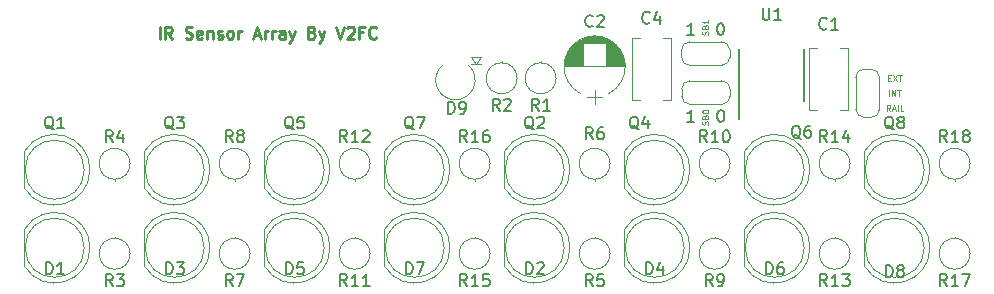
<source format=gbr>
G04 #@! TF.GenerationSoftware,KiCad,Pcbnew,(5.0.0-rc2-63-gd4393b281)*
G04 #@! TF.CreationDate,2018-06-20T11:48:03-07:00*
G04 #@! TF.ProjectId,IRSensorArray,495253656E736F7241727261792E6B69,rev?*
G04 #@! TF.SameCoordinates,Original*
G04 #@! TF.FileFunction,Legend,Top*
G04 #@! TF.FilePolarity,Positive*
%FSLAX46Y46*%
G04 Gerber Fmt 4.6, Leading zero omitted, Abs format (unit mm)*
G04 Created by KiCad (PCBNEW (5.0.0-rc2-63-gd4393b281)) date 06/20/18 11:48:03*
%MOMM*%
%LPD*%
G01*
G04 APERTURE LIST*
%ADD10C,0.125000*%
%ADD11C,0.250000*%
%ADD12C,0.120000*%
%ADD13C,0.150000*%
G04 APERTURE END LIST*
D10*
X168096380Y-90546952D02*
X168120190Y-90475523D01*
X168120190Y-90356476D01*
X168096380Y-90308857D01*
X168072571Y-90285047D01*
X168024952Y-90261238D01*
X167977333Y-90261238D01*
X167929714Y-90285047D01*
X167905904Y-90308857D01*
X167882095Y-90356476D01*
X167858285Y-90451714D01*
X167834476Y-90499333D01*
X167810666Y-90523142D01*
X167763047Y-90546952D01*
X167715428Y-90546952D01*
X167667809Y-90523142D01*
X167644000Y-90499333D01*
X167620190Y-90451714D01*
X167620190Y-90332666D01*
X167644000Y-90261238D01*
X167858285Y-89880285D02*
X167882095Y-89808857D01*
X167905904Y-89785047D01*
X167953523Y-89761238D01*
X168024952Y-89761238D01*
X168072571Y-89785047D01*
X168096380Y-89808857D01*
X168120190Y-89856476D01*
X168120190Y-90046952D01*
X167620190Y-90046952D01*
X167620190Y-89880285D01*
X167644000Y-89832666D01*
X167667809Y-89808857D01*
X167715428Y-89785047D01*
X167763047Y-89785047D01*
X167810666Y-89808857D01*
X167834476Y-89832666D01*
X167858285Y-89880285D01*
X167858285Y-90046952D01*
X168120190Y-89285047D02*
X168120190Y-89570761D01*
X168120190Y-89427904D02*
X167620190Y-89427904D01*
X167691619Y-89475523D01*
X167739238Y-89523142D01*
X167763047Y-89570761D01*
X168096380Y-98166952D02*
X168120190Y-98095523D01*
X168120190Y-97976476D01*
X168096380Y-97928857D01*
X168072571Y-97905047D01*
X168024952Y-97881238D01*
X167977333Y-97881238D01*
X167929714Y-97905047D01*
X167905904Y-97928857D01*
X167882095Y-97976476D01*
X167858285Y-98071714D01*
X167834476Y-98119333D01*
X167810666Y-98143142D01*
X167763047Y-98166952D01*
X167715428Y-98166952D01*
X167667809Y-98143142D01*
X167644000Y-98119333D01*
X167620190Y-98071714D01*
X167620190Y-97952666D01*
X167644000Y-97881238D01*
X167858285Y-97500285D02*
X167882095Y-97428857D01*
X167905904Y-97405047D01*
X167953523Y-97381238D01*
X168024952Y-97381238D01*
X168072571Y-97405047D01*
X168096380Y-97428857D01*
X168120190Y-97476476D01*
X168120190Y-97666952D01*
X167620190Y-97666952D01*
X167620190Y-97500285D01*
X167644000Y-97452666D01*
X167667809Y-97428857D01*
X167715428Y-97405047D01*
X167763047Y-97405047D01*
X167810666Y-97428857D01*
X167834476Y-97452666D01*
X167858285Y-97500285D01*
X167858285Y-97666952D01*
X167620190Y-97071714D02*
X167620190Y-97024095D01*
X167644000Y-96976476D01*
X167667809Y-96952666D01*
X167715428Y-96928857D01*
X167810666Y-96905047D01*
X167929714Y-96905047D01*
X168024952Y-96928857D01*
X168072571Y-96952666D01*
X168096380Y-96976476D01*
X168120190Y-97024095D01*
X168120190Y-97071714D01*
X168096380Y-97119333D01*
X168072571Y-97143142D01*
X168024952Y-97166952D01*
X167929714Y-97190761D01*
X167810666Y-97190761D01*
X167715428Y-97166952D01*
X167667809Y-97143142D01*
X167644000Y-97119333D01*
X167620190Y-97071714D01*
X183443619Y-95730190D02*
X183443619Y-95230190D01*
X183681714Y-95730190D02*
X183681714Y-95230190D01*
X183967428Y-95730190D01*
X183967428Y-95230190D01*
X184134095Y-95230190D02*
X184419809Y-95230190D01*
X184276952Y-95730190D02*
X184276952Y-95230190D01*
D11*
X121667142Y-90876380D02*
X121667142Y-89876380D01*
X122714761Y-90876380D02*
X122381428Y-90400190D01*
X122143333Y-90876380D02*
X122143333Y-89876380D01*
X122524285Y-89876380D01*
X122619523Y-89924000D01*
X122667142Y-89971619D01*
X122714761Y-90066857D01*
X122714761Y-90209714D01*
X122667142Y-90304952D01*
X122619523Y-90352571D01*
X122524285Y-90400190D01*
X122143333Y-90400190D01*
X123857619Y-90828761D02*
X124000476Y-90876380D01*
X124238571Y-90876380D01*
X124333809Y-90828761D01*
X124381428Y-90781142D01*
X124429047Y-90685904D01*
X124429047Y-90590666D01*
X124381428Y-90495428D01*
X124333809Y-90447809D01*
X124238571Y-90400190D01*
X124048095Y-90352571D01*
X123952857Y-90304952D01*
X123905238Y-90257333D01*
X123857619Y-90162095D01*
X123857619Y-90066857D01*
X123905238Y-89971619D01*
X123952857Y-89924000D01*
X124048095Y-89876380D01*
X124286190Y-89876380D01*
X124429047Y-89924000D01*
X125238571Y-90828761D02*
X125143333Y-90876380D01*
X124952857Y-90876380D01*
X124857619Y-90828761D01*
X124810000Y-90733523D01*
X124810000Y-90352571D01*
X124857619Y-90257333D01*
X124952857Y-90209714D01*
X125143333Y-90209714D01*
X125238571Y-90257333D01*
X125286190Y-90352571D01*
X125286190Y-90447809D01*
X124810000Y-90543047D01*
X125714761Y-90209714D02*
X125714761Y-90876380D01*
X125714761Y-90304952D02*
X125762380Y-90257333D01*
X125857619Y-90209714D01*
X126000476Y-90209714D01*
X126095714Y-90257333D01*
X126143333Y-90352571D01*
X126143333Y-90876380D01*
X126571904Y-90828761D02*
X126667142Y-90876380D01*
X126857619Y-90876380D01*
X126952857Y-90828761D01*
X127000476Y-90733523D01*
X127000476Y-90685904D01*
X126952857Y-90590666D01*
X126857619Y-90543047D01*
X126714761Y-90543047D01*
X126619523Y-90495428D01*
X126571904Y-90400190D01*
X126571904Y-90352571D01*
X126619523Y-90257333D01*
X126714761Y-90209714D01*
X126857619Y-90209714D01*
X126952857Y-90257333D01*
X127571904Y-90876380D02*
X127476666Y-90828761D01*
X127429047Y-90781142D01*
X127381428Y-90685904D01*
X127381428Y-90400190D01*
X127429047Y-90304952D01*
X127476666Y-90257333D01*
X127571904Y-90209714D01*
X127714761Y-90209714D01*
X127810000Y-90257333D01*
X127857619Y-90304952D01*
X127905238Y-90400190D01*
X127905238Y-90685904D01*
X127857619Y-90781142D01*
X127810000Y-90828761D01*
X127714761Y-90876380D01*
X127571904Y-90876380D01*
X128333809Y-90876380D02*
X128333809Y-90209714D01*
X128333809Y-90400190D02*
X128381428Y-90304952D01*
X128429047Y-90257333D01*
X128524285Y-90209714D01*
X128619523Y-90209714D01*
X129667142Y-90590666D02*
X130143333Y-90590666D01*
X129571904Y-90876380D02*
X129905238Y-89876380D01*
X130238571Y-90876380D01*
X130571904Y-90876380D02*
X130571904Y-90209714D01*
X130571904Y-90400190D02*
X130619523Y-90304952D01*
X130667142Y-90257333D01*
X130762380Y-90209714D01*
X130857619Y-90209714D01*
X131190952Y-90876380D02*
X131190952Y-90209714D01*
X131190952Y-90400190D02*
X131238571Y-90304952D01*
X131286190Y-90257333D01*
X131381428Y-90209714D01*
X131476666Y-90209714D01*
X132238571Y-90876380D02*
X132238571Y-90352571D01*
X132190952Y-90257333D01*
X132095714Y-90209714D01*
X131905238Y-90209714D01*
X131810000Y-90257333D01*
X132238571Y-90828761D02*
X132143333Y-90876380D01*
X131905238Y-90876380D01*
X131810000Y-90828761D01*
X131762380Y-90733523D01*
X131762380Y-90638285D01*
X131810000Y-90543047D01*
X131905238Y-90495428D01*
X132143333Y-90495428D01*
X132238571Y-90447809D01*
X132619523Y-90209714D02*
X132857619Y-90876380D01*
X133095714Y-90209714D02*
X132857619Y-90876380D01*
X132762380Y-91114476D01*
X132714761Y-91162095D01*
X132619523Y-91209714D01*
X134571904Y-90352571D02*
X134714761Y-90400190D01*
X134762380Y-90447809D01*
X134810000Y-90543047D01*
X134810000Y-90685904D01*
X134762380Y-90781142D01*
X134714761Y-90828761D01*
X134619523Y-90876380D01*
X134238571Y-90876380D01*
X134238571Y-89876380D01*
X134571904Y-89876380D01*
X134667142Y-89924000D01*
X134714761Y-89971619D01*
X134762380Y-90066857D01*
X134762380Y-90162095D01*
X134714761Y-90257333D01*
X134667142Y-90304952D01*
X134571904Y-90352571D01*
X134238571Y-90352571D01*
X135143333Y-90209714D02*
X135381428Y-90876380D01*
X135619523Y-90209714D02*
X135381428Y-90876380D01*
X135286190Y-91114476D01*
X135238571Y-91162095D01*
X135143333Y-91209714D01*
X136619523Y-89876380D02*
X136952857Y-90876380D01*
X137286190Y-89876380D01*
X137571904Y-89971619D02*
X137619523Y-89924000D01*
X137714761Y-89876380D01*
X137952857Y-89876380D01*
X138048095Y-89924000D01*
X138095714Y-89971619D01*
X138143333Y-90066857D01*
X138143333Y-90162095D01*
X138095714Y-90304952D01*
X137524285Y-90876380D01*
X138143333Y-90876380D01*
X138905238Y-90352571D02*
X138571904Y-90352571D01*
X138571904Y-90876380D02*
X138571904Y-89876380D01*
X139048095Y-89876380D01*
X140000476Y-90781142D02*
X139952857Y-90828761D01*
X139810000Y-90876380D01*
X139714761Y-90876380D01*
X139571904Y-90828761D01*
X139476666Y-90733523D01*
X139429047Y-90638285D01*
X139381428Y-90447809D01*
X139381428Y-90304952D01*
X139429047Y-90114476D01*
X139476666Y-90019238D01*
X139571904Y-89924000D01*
X139714761Y-89876380D01*
X139810000Y-89876380D01*
X139952857Y-89924000D01*
X140000476Y-89971619D01*
D12*
G04 #@! TO.C,Q8*
X181336000Y-100436000D02*
X181336000Y-103526000D01*
X186396000Y-101981000D02*
G75*
G03X186396000Y-101981000I-2500000J0D01*
G01*
X186886000Y-101980538D02*
G75*
G02X181336000Y-103525830I-2990000J-462D01*
G01*
X186886000Y-101981462D02*
G75*
G03X181336000Y-100436170I-2990000J462D01*
G01*
G04 #@! TO.C,C1*
X179304000Y-91664000D02*
X179968000Y-91664000D01*
X176648000Y-91664000D02*
X177312000Y-91664000D01*
X179304000Y-96884000D02*
X179968000Y-96884000D01*
X176648000Y-96884000D02*
X177312000Y-96884000D01*
X179968000Y-96884000D02*
X179968000Y-91664000D01*
X176648000Y-96884000D02*
X176648000Y-91664000D01*
G04 #@! TO.C,C2*
X157846000Y-95834000D02*
X159146000Y-95834000D01*
X158496000Y-96434000D02*
X158496000Y-95234000D01*
X158142000Y-90673000D02*
X158850000Y-90673000D01*
X157937000Y-90713000D02*
X159055000Y-90713000D01*
X157789000Y-90753000D02*
X159203000Y-90753000D01*
X157667000Y-90793000D02*
X159325000Y-90793000D01*
X157562000Y-90833000D02*
X159430000Y-90833000D01*
X157468000Y-90873000D02*
X159524000Y-90873000D01*
X157384000Y-90913000D02*
X159608000Y-90913000D01*
X157307000Y-90953000D02*
X159685000Y-90953000D01*
X157235000Y-90993000D02*
X159757000Y-90993000D01*
X157169000Y-91033000D02*
X159823000Y-91033000D01*
X157106000Y-91073000D02*
X159886000Y-91073000D01*
X157048000Y-91113000D02*
X159944000Y-91113000D01*
X156992000Y-91153000D02*
X160000000Y-91153000D01*
X156940000Y-91193000D02*
X160052000Y-91193000D01*
X156890000Y-91233000D02*
X160102000Y-91233000D01*
X159476000Y-91273000D02*
X160150000Y-91273000D01*
X156842000Y-91273000D02*
X157516000Y-91273000D01*
X159476000Y-91313000D02*
X160195000Y-91313000D01*
X156797000Y-91313000D02*
X157516000Y-91313000D01*
X159476000Y-91353000D02*
X160238000Y-91353000D01*
X156754000Y-91353000D02*
X157516000Y-91353000D01*
X159476000Y-91393000D02*
X160279000Y-91393000D01*
X156713000Y-91393000D02*
X157516000Y-91393000D01*
X159476000Y-91433000D02*
X160319000Y-91433000D01*
X156673000Y-91433000D02*
X157516000Y-91433000D01*
X159476000Y-91473000D02*
X160357000Y-91473000D01*
X156635000Y-91473000D02*
X157516000Y-91473000D01*
X159476000Y-91513000D02*
X160393000Y-91513000D01*
X156599000Y-91513000D02*
X157516000Y-91513000D01*
X159476000Y-91553000D02*
X160428000Y-91553000D01*
X156564000Y-91553000D02*
X157516000Y-91553000D01*
X159476000Y-91593000D02*
X160461000Y-91593000D01*
X156531000Y-91593000D02*
X157516000Y-91593000D01*
X159476000Y-91633000D02*
X160493000Y-91633000D01*
X156499000Y-91633000D02*
X157516000Y-91633000D01*
X159476000Y-91673000D02*
X160524000Y-91673000D01*
X156468000Y-91673000D02*
X157516000Y-91673000D01*
X159476000Y-91713000D02*
X160554000Y-91713000D01*
X156438000Y-91713000D02*
X157516000Y-91713000D01*
X159476000Y-91753000D02*
X160582000Y-91753000D01*
X156410000Y-91753000D02*
X157516000Y-91753000D01*
X159476000Y-91793000D02*
X160609000Y-91793000D01*
X156383000Y-91793000D02*
X157516000Y-91793000D01*
X159476000Y-91833000D02*
X160636000Y-91833000D01*
X156356000Y-91833000D02*
X157516000Y-91833000D01*
X159476000Y-91873000D02*
X160661000Y-91873000D01*
X156331000Y-91873000D02*
X157516000Y-91873000D01*
X159476000Y-91913000D02*
X160685000Y-91913000D01*
X156307000Y-91913000D02*
X157516000Y-91913000D01*
X159476000Y-91953000D02*
X160708000Y-91953000D01*
X156284000Y-91953000D02*
X157516000Y-91953000D01*
X159476000Y-91993000D02*
X160730000Y-91993000D01*
X156262000Y-91993000D02*
X157516000Y-91993000D01*
X159476000Y-92033000D02*
X160752000Y-92033000D01*
X156240000Y-92033000D02*
X157516000Y-92033000D01*
X159476000Y-92073000D02*
X160772000Y-92073000D01*
X156220000Y-92073000D02*
X157516000Y-92073000D01*
X159476000Y-92113000D02*
X160792000Y-92113000D01*
X156200000Y-92113000D02*
X157516000Y-92113000D01*
X159476000Y-92153000D02*
X160811000Y-92153000D01*
X156181000Y-92153000D02*
X157516000Y-92153000D01*
X159476000Y-92193000D02*
X160829000Y-92193000D01*
X156163000Y-92193000D02*
X157516000Y-92193000D01*
X159476000Y-92233000D02*
X160846000Y-92233000D01*
X156146000Y-92233000D02*
X157516000Y-92233000D01*
X159476000Y-92273000D02*
X160862000Y-92273000D01*
X156130000Y-92273000D02*
X157516000Y-92273000D01*
X159476000Y-92313000D02*
X160878000Y-92313000D01*
X156114000Y-92313000D02*
X157516000Y-92313000D01*
X159476000Y-92353000D02*
X160892000Y-92353000D01*
X156100000Y-92353000D02*
X157516000Y-92353000D01*
X159476000Y-92393000D02*
X160906000Y-92393000D01*
X156086000Y-92393000D02*
X157516000Y-92393000D01*
X159476000Y-92433000D02*
X160920000Y-92433000D01*
X156072000Y-92433000D02*
X157516000Y-92433000D01*
X159476000Y-92473000D02*
X160932000Y-92473000D01*
X156060000Y-92473000D02*
X157516000Y-92473000D01*
X159476000Y-92513000D02*
X160944000Y-92513000D01*
X156048000Y-92513000D02*
X157516000Y-92513000D01*
X159476000Y-92554000D02*
X160956000Y-92554000D01*
X156036000Y-92554000D02*
X157516000Y-92554000D01*
X159476000Y-92594000D02*
X160966000Y-92594000D01*
X156026000Y-92594000D02*
X157516000Y-92594000D01*
X159476000Y-92634000D02*
X160976000Y-92634000D01*
X156016000Y-92634000D02*
X157516000Y-92634000D01*
X159476000Y-92674000D02*
X160985000Y-92674000D01*
X156007000Y-92674000D02*
X157516000Y-92674000D01*
X159476000Y-92714000D02*
X160994000Y-92714000D01*
X155998000Y-92714000D02*
X157516000Y-92714000D01*
X159476000Y-92754000D02*
X161002000Y-92754000D01*
X155990000Y-92754000D02*
X157516000Y-92754000D01*
X159476000Y-92794000D02*
X161009000Y-92794000D01*
X155983000Y-92794000D02*
X157516000Y-92794000D01*
X159476000Y-92834000D02*
X161015000Y-92834000D01*
X155977000Y-92834000D02*
X157516000Y-92834000D01*
X159476000Y-92874000D02*
X161021000Y-92874000D01*
X155971000Y-92874000D02*
X157516000Y-92874000D01*
X159476000Y-92914000D02*
X161027000Y-92914000D01*
X155965000Y-92914000D02*
X157516000Y-92914000D01*
X159476000Y-92954000D02*
X161031000Y-92954000D01*
X155961000Y-92954000D02*
X157516000Y-92954000D01*
X159476000Y-92994000D02*
X161035000Y-92994000D01*
X155957000Y-92994000D02*
X157516000Y-92994000D01*
X159476000Y-93034000D02*
X161039000Y-93034000D01*
X155953000Y-93034000D02*
X157516000Y-93034000D01*
X159476000Y-93074000D02*
X161042000Y-93074000D01*
X155950000Y-93074000D02*
X157516000Y-93074000D01*
X159476000Y-93114000D02*
X161044000Y-93114000D01*
X155948000Y-93114000D02*
X157516000Y-93114000D01*
X159476000Y-93154000D02*
X161045000Y-93154000D01*
X155947000Y-93154000D02*
X157516000Y-93154000D01*
X159476000Y-93194000D02*
X161046000Y-93194000D01*
X155946000Y-93194000D02*
X157516000Y-93194000D01*
X155946000Y-93234000D02*
X161046000Y-93234000D01*
X159675723Y-90928278D02*
G75*
G03X157316000Y-90928420I-1179723J-2305722D01*
G01*
X159675723Y-90928278D02*
G75*
G02X159676000Y-95539580I-1179723J-2305722D01*
G01*
X157316277Y-90928278D02*
G75*
G03X157316000Y-95539580I1179723J-2305722D01*
G01*
G04 #@! TO.C,C4*
X161662000Y-96058500D02*
X161662000Y-90838500D01*
X164982000Y-96058500D02*
X164982000Y-90838500D01*
X161662000Y-96058500D02*
X162326000Y-96058500D01*
X164318000Y-96058500D02*
X164982000Y-96058500D01*
X161662000Y-90838500D02*
X162326000Y-90838500D01*
X164318000Y-90838500D02*
X164982000Y-90838500D01*
G04 #@! TO.C,D1*
X110216000Y-107040000D02*
X110216000Y-110130000D01*
X115276000Y-108585000D02*
G75*
G03X115276000Y-108585000I-2500000J0D01*
G01*
X115766000Y-108584538D02*
G75*
G02X110216000Y-110129830I-2990000J-462D01*
G01*
X115766000Y-108585462D02*
G75*
G03X110216000Y-107040170I-2990000J462D01*
G01*
G04 #@! TO.C,D2*
X156406000Y-108585462D02*
G75*
G03X150856000Y-107040170I-2990000J462D01*
G01*
X156406000Y-108584538D02*
G75*
G02X150856000Y-110129830I-2990000J-462D01*
G01*
X155916000Y-108585000D02*
G75*
G03X155916000Y-108585000I-2500000J0D01*
G01*
X150856000Y-107040000D02*
X150856000Y-110130000D01*
G04 #@! TO.C,D3*
X120376000Y-107040000D02*
X120376000Y-110130000D01*
X125436000Y-108585000D02*
G75*
G03X125436000Y-108585000I-2500000J0D01*
G01*
X125926000Y-108584538D02*
G75*
G02X120376000Y-110129830I-2990000J-462D01*
G01*
X125926000Y-108585462D02*
G75*
G03X120376000Y-107040170I-2990000J462D01*
G01*
G04 #@! TO.C,D4*
X166566000Y-108585462D02*
G75*
G03X161016000Y-107040170I-2990000J462D01*
G01*
X166566000Y-108584538D02*
G75*
G02X161016000Y-110129830I-2990000J-462D01*
G01*
X166076000Y-108585000D02*
G75*
G03X166076000Y-108585000I-2500000J0D01*
G01*
X161016000Y-107040000D02*
X161016000Y-110130000D01*
G04 #@! TO.C,D5*
X136086000Y-108585462D02*
G75*
G03X130536000Y-107040170I-2990000J462D01*
G01*
X136086000Y-108584538D02*
G75*
G02X130536000Y-110129830I-2990000J-462D01*
G01*
X135596000Y-108585000D02*
G75*
G03X135596000Y-108585000I-2500000J0D01*
G01*
X130536000Y-107040000D02*
X130536000Y-110130000D01*
G04 #@! TO.C,D6*
X171176000Y-107040000D02*
X171176000Y-110130000D01*
X176236000Y-108585000D02*
G75*
G03X176236000Y-108585000I-2500000J0D01*
G01*
X176726000Y-108584538D02*
G75*
G02X171176000Y-110129830I-2990000J-462D01*
G01*
X176726000Y-108585462D02*
G75*
G03X171176000Y-107040170I-2990000J462D01*
G01*
G04 #@! TO.C,D7*
X146246000Y-108585462D02*
G75*
G03X140696000Y-107040170I-2990000J462D01*
G01*
X146246000Y-108584538D02*
G75*
G02X140696000Y-110129830I-2990000J-462D01*
G01*
X145756000Y-108585000D02*
G75*
G03X145756000Y-108585000I-2500000J0D01*
G01*
X140696000Y-107040000D02*
X140696000Y-110130000D01*
G04 #@! TO.C,D8*
X186886000Y-108585462D02*
G75*
G03X181336000Y-107040170I-2990000J462D01*
G01*
X186886000Y-108584538D02*
G75*
G02X181336000Y-110129830I-2990000J-462D01*
G01*
X186396000Y-108585000D02*
G75*
G03X186396000Y-108585000I-2500000J0D01*
G01*
X181336000Y-107040000D02*
X181336000Y-110130000D01*
G04 #@! TO.C,Q1*
X115766000Y-101981462D02*
G75*
G03X110216000Y-100436170I-2990000J462D01*
G01*
X115766000Y-101980538D02*
G75*
G02X110216000Y-103525830I-2990000J-462D01*
G01*
X115276000Y-101981000D02*
G75*
G03X115276000Y-101981000I-2500000J0D01*
G01*
X110216000Y-100436000D02*
X110216000Y-103526000D01*
G04 #@! TO.C,Q2*
X156406000Y-101981462D02*
G75*
G03X150856000Y-100436170I-2990000J462D01*
G01*
X156406000Y-101980538D02*
G75*
G02X150856000Y-103525830I-2990000J-462D01*
G01*
X155916000Y-101981000D02*
G75*
G03X155916000Y-101981000I-2500000J0D01*
G01*
X150856000Y-100436000D02*
X150856000Y-103526000D01*
G04 #@! TO.C,Q3*
X125926000Y-101981462D02*
G75*
G03X120376000Y-100436170I-2990000J462D01*
G01*
X125926000Y-101980538D02*
G75*
G02X120376000Y-103525830I-2990000J-462D01*
G01*
X125436000Y-101981000D02*
G75*
G03X125436000Y-101981000I-2500000J0D01*
G01*
X120376000Y-100436000D02*
X120376000Y-103526000D01*
G04 #@! TO.C,Q5*
X130536000Y-100436000D02*
X130536000Y-103526000D01*
X135596000Y-101981000D02*
G75*
G03X135596000Y-101981000I-2500000J0D01*
G01*
X136086000Y-101980538D02*
G75*
G02X130536000Y-103525830I-2990000J-462D01*
G01*
X136086000Y-101981462D02*
G75*
G03X130536000Y-100436170I-2990000J462D01*
G01*
G04 #@! TO.C,Q6*
X171176000Y-100436000D02*
X171176000Y-103526000D01*
X176236000Y-101981000D02*
G75*
G03X176236000Y-101981000I-2500000J0D01*
G01*
X176726000Y-101980538D02*
G75*
G02X171176000Y-103525830I-2990000J-462D01*
G01*
X176726000Y-101981462D02*
G75*
G03X171176000Y-100436170I-2990000J462D01*
G01*
G04 #@! TO.C,Q7*
X140696000Y-100436000D02*
X140696000Y-103526000D01*
X145756000Y-101981000D02*
G75*
G03X145756000Y-101981000I-2500000J0D01*
G01*
X146246000Y-101980538D02*
G75*
G02X140696000Y-103525830I-2990000J-462D01*
G01*
X146246000Y-101981462D02*
G75*
G03X140696000Y-100436170I-2990000J462D01*
G01*
G04 #@! TO.C,R1*
X155234000Y-94234000D02*
G75*
G03X155234000Y-94234000I-1310000J0D01*
G01*
X153924000Y-92924000D02*
X153924000Y-92794000D01*
G04 #@! TO.C,R2*
X151932000Y-94234000D02*
G75*
G03X151932000Y-94234000I-1310000J0D01*
G01*
X150622000Y-92924000D02*
X150622000Y-92794000D01*
G04 #@! TO.C,R3*
X119166000Y-109093000D02*
G75*
G03X119166000Y-109093000I-1310000J0D01*
G01*
X117856000Y-107783000D02*
X117856000Y-107653000D01*
G04 #@! TO.C,R4*
X117856000Y-102783000D02*
X117856000Y-102913000D01*
X119166000Y-101473000D02*
G75*
G03X119166000Y-101473000I-1310000J0D01*
G01*
G04 #@! TO.C,R5*
X158496000Y-107783000D02*
X158496000Y-107653000D01*
X159806000Y-109093000D02*
G75*
G03X159806000Y-109093000I-1310000J0D01*
G01*
G04 #@! TO.C,R6*
X158496000Y-102783000D02*
X158496000Y-102913000D01*
X159806000Y-101473000D02*
G75*
G03X159806000Y-101473000I-1310000J0D01*
G01*
G04 #@! TO.C,R7*
X129326000Y-109093000D02*
G75*
G03X129326000Y-109093000I-1310000J0D01*
G01*
X128016000Y-107783000D02*
X128016000Y-107653000D01*
G04 #@! TO.C,R8*
X128016000Y-102783000D02*
X128016000Y-102913000D01*
X129326000Y-101473000D02*
G75*
G03X129326000Y-101473000I-1310000J0D01*
G01*
G04 #@! TO.C,R9*
X169966000Y-109093000D02*
G75*
G03X169966000Y-109093000I-1310000J0D01*
G01*
X168656000Y-107783000D02*
X168656000Y-107653000D01*
G04 #@! TO.C,R10*
X168656000Y-102783000D02*
X168656000Y-102913000D01*
X169966000Y-101473000D02*
G75*
G03X169966000Y-101473000I-1310000J0D01*
G01*
G04 #@! TO.C,R11*
X139486000Y-109093000D02*
G75*
G03X139486000Y-109093000I-1310000J0D01*
G01*
X138176000Y-107783000D02*
X138176000Y-107653000D01*
G04 #@! TO.C,R12*
X138176000Y-102783000D02*
X138176000Y-102913000D01*
X139486000Y-101473000D02*
G75*
G03X139486000Y-101473000I-1310000J0D01*
G01*
G04 #@! TO.C,R13*
X180126000Y-109093000D02*
G75*
G03X180126000Y-109093000I-1310000J0D01*
G01*
X178816000Y-107783000D02*
X178816000Y-107653000D01*
G04 #@! TO.C,R14*
X178816000Y-102783000D02*
X178816000Y-102913000D01*
X180126000Y-101473000D02*
G75*
G03X180126000Y-101473000I-1310000J0D01*
G01*
G04 #@! TO.C,R15*
X149646000Y-109093000D02*
G75*
G03X149646000Y-109093000I-1310000J0D01*
G01*
X148336000Y-107783000D02*
X148336000Y-107653000D01*
G04 #@! TO.C,R16*
X148336000Y-102783000D02*
X148336000Y-102913000D01*
X149646000Y-101473000D02*
G75*
G03X149646000Y-101473000I-1310000J0D01*
G01*
G04 #@! TO.C,R17*
X190286000Y-109093000D02*
G75*
G03X190286000Y-109093000I-1310000J0D01*
G01*
X188976000Y-107783000D02*
X188976000Y-107653000D01*
G04 #@! TO.C,R18*
X190286000Y-101473000D02*
G75*
G03X190286000Y-101473000I-1310000J0D01*
G01*
X188976000Y-102783000D02*
X188976000Y-102913000D01*
D13*
G04 #@! TO.C,U1*
X170682000Y-97691500D02*
X170682000Y-91716500D01*
X176207000Y-96116500D02*
X176207000Y-91716500D01*
D12*
G04 #@! TO.C,JP1*
X165860000Y-95740500D02*
X165860000Y-95140500D01*
X169310000Y-96440500D02*
X166510000Y-96440500D01*
X169960000Y-95140500D02*
X169960000Y-95740500D01*
X166510000Y-94440500D02*
X169310000Y-94440500D01*
X169260000Y-94440500D02*
G75*
G02X169960000Y-95140500I0J-700000D01*
G01*
X169960000Y-95740500D02*
G75*
G02X169260000Y-96440500I-700000J0D01*
G01*
X166560000Y-96440500D02*
G75*
G02X165860000Y-95740500I0J700000D01*
G01*
X165860000Y-95140500D02*
G75*
G02X166560000Y-94440500I700000J0D01*
G01*
G04 #@! TO.C,JP2*
X181910000Y-97554000D02*
X181310000Y-97554000D01*
X182610000Y-94104000D02*
X182610000Y-96904000D01*
X181310000Y-93454000D02*
X181910000Y-93454000D01*
X180610000Y-96904000D02*
X180610000Y-94104000D01*
X180610000Y-94154000D02*
G75*
G02X181310000Y-93454000I700000J0D01*
G01*
X181910000Y-93454000D02*
G75*
G02X182610000Y-94154000I0J-700000D01*
G01*
X182610000Y-96854000D02*
G75*
G02X181910000Y-97554000I-700000J0D01*
G01*
X181310000Y-97554000D02*
G75*
G02X180610000Y-96854000I0J700000D01*
G01*
G04 #@! TO.C,JP3*
X165844000Y-91838500D02*
G75*
G02X166544000Y-91138500I700000J0D01*
G01*
X166544000Y-93138500D02*
G75*
G02X165844000Y-92438500I0J700000D01*
G01*
X169944000Y-92438500D02*
G75*
G02X169244000Y-93138500I-700000J0D01*
G01*
X169244000Y-91138500D02*
G75*
G02X169944000Y-91838500I0J-700000D01*
G01*
X166494000Y-91138500D02*
X169294000Y-91138500D01*
X169944000Y-91838500D02*
X169944000Y-92438500D01*
X169294000Y-93138500D02*
X166494000Y-93138500D01*
X165844000Y-92438500D02*
X165844000Y-91838500D01*
G04 #@! TO.C,Q4*
X161016000Y-100436000D02*
X161016000Y-103526000D01*
X166076000Y-101981000D02*
G75*
G03X166076000Y-101981000I-2500000J0D01*
G01*
X166566000Y-101980538D02*
G75*
G02X161016000Y-103525830I-2990000J-462D01*
G01*
X166566000Y-101981462D02*
G75*
G03X161016000Y-100436170I-2990000J462D01*
G01*
G04 #@! TO.C,D9*
X147843905Y-93159000D02*
G75*
G02X145610400Y-93128884I-1133505J-1227400D01*
G01*
X148879400Y-92396733D02*
X148434900Y-92989400D01*
X147990400Y-92396733D02*
X148879400Y-92396733D01*
X148434900Y-92989400D02*
X147990400Y-92396733D01*
X147990400Y-92989400D02*
X148879400Y-92989400D01*
G04 #@! TO.C,Q8*
D13*
X183800761Y-98568619D02*
X183705523Y-98521000D01*
X183610285Y-98425761D01*
X183467428Y-98282904D01*
X183372190Y-98235285D01*
X183276952Y-98235285D01*
X183324571Y-98473380D02*
X183229333Y-98425761D01*
X183134095Y-98330523D01*
X183086476Y-98140047D01*
X183086476Y-97806714D01*
X183134095Y-97616238D01*
X183229333Y-97521000D01*
X183324571Y-97473380D01*
X183515047Y-97473380D01*
X183610285Y-97521000D01*
X183705523Y-97616238D01*
X183753142Y-97806714D01*
X183753142Y-98140047D01*
X183705523Y-98330523D01*
X183610285Y-98425761D01*
X183515047Y-98473380D01*
X183324571Y-98473380D01*
X184324571Y-97901952D02*
X184229333Y-97854333D01*
X184181714Y-97806714D01*
X184134095Y-97711476D01*
X184134095Y-97663857D01*
X184181714Y-97568619D01*
X184229333Y-97521000D01*
X184324571Y-97473380D01*
X184515047Y-97473380D01*
X184610285Y-97521000D01*
X184657904Y-97568619D01*
X184705523Y-97663857D01*
X184705523Y-97711476D01*
X184657904Y-97806714D01*
X184610285Y-97854333D01*
X184515047Y-97901952D01*
X184324571Y-97901952D01*
X184229333Y-97949571D01*
X184181714Y-97997190D01*
X184134095Y-98092428D01*
X184134095Y-98282904D01*
X184181714Y-98378142D01*
X184229333Y-98425761D01*
X184324571Y-98473380D01*
X184515047Y-98473380D01*
X184610285Y-98425761D01*
X184657904Y-98378142D01*
X184705523Y-98282904D01*
X184705523Y-98092428D01*
X184657904Y-97997190D01*
X184610285Y-97949571D01*
X184515047Y-97901952D01*
G04 #@! TO.C,C1*
X178141333Y-90019142D02*
X178093714Y-90066761D01*
X177950857Y-90114380D01*
X177855619Y-90114380D01*
X177712761Y-90066761D01*
X177617523Y-89971523D01*
X177569904Y-89876285D01*
X177522285Y-89685809D01*
X177522285Y-89542952D01*
X177569904Y-89352476D01*
X177617523Y-89257238D01*
X177712761Y-89162000D01*
X177855619Y-89114380D01*
X177950857Y-89114380D01*
X178093714Y-89162000D01*
X178141333Y-89209619D01*
X179093714Y-90114380D02*
X178522285Y-90114380D01*
X178808000Y-90114380D02*
X178808000Y-89114380D01*
X178712761Y-89257238D01*
X178617523Y-89352476D01*
X178522285Y-89400095D01*
G04 #@! TO.C,C2*
X158329333Y-89797142D02*
X158281714Y-89844761D01*
X158138857Y-89892380D01*
X158043619Y-89892380D01*
X157900761Y-89844761D01*
X157805523Y-89749523D01*
X157757904Y-89654285D01*
X157710285Y-89463809D01*
X157710285Y-89320952D01*
X157757904Y-89130476D01*
X157805523Y-89035238D01*
X157900761Y-88940000D01*
X158043619Y-88892380D01*
X158138857Y-88892380D01*
X158281714Y-88940000D01*
X158329333Y-88987619D01*
X158710285Y-88987619D02*
X158757904Y-88940000D01*
X158853142Y-88892380D01*
X159091238Y-88892380D01*
X159186476Y-88940000D01*
X159234095Y-88987619D01*
X159281714Y-89082857D01*
X159281714Y-89178095D01*
X159234095Y-89320952D01*
X158662666Y-89892380D01*
X159281714Y-89892380D01*
G04 #@! TO.C,C4*
X163155333Y-89511142D02*
X163107714Y-89558761D01*
X162964857Y-89606380D01*
X162869619Y-89606380D01*
X162726761Y-89558761D01*
X162631523Y-89463523D01*
X162583904Y-89368285D01*
X162536285Y-89177809D01*
X162536285Y-89034952D01*
X162583904Y-88844476D01*
X162631523Y-88749238D01*
X162726761Y-88654000D01*
X162869619Y-88606380D01*
X162964857Y-88606380D01*
X163107714Y-88654000D01*
X163155333Y-88701619D01*
X164012476Y-88939714D02*
X164012476Y-89606380D01*
X163774380Y-88558761D02*
X163536285Y-89273047D01*
X164155333Y-89273047D01*
G04 #@! TO.C,D1*
X112037904Y-110815380D02*
X112037904Y-109815380D01*
X112276000Y-109815380D01*
X112418857Y-109863000D01*
X112514095Y-109958238D01*
X112561714Y-110053476D01*
X112609333Y-110243952D01*
X112609333Y-110386809D01*
X112561714Y-110577285D01*
X112514095Y-110672523D01*
X112418857Y-110767761D01*
X112276000Y-110815380D01*
X112037904Y-110815380D01*
X113561714Y-110815380D02*
X112990285Y-110815380D01*
X113276000Y-110815380D02*
X113276000Y-109815380D01*
X113180761Y-109958238D01*
X113085523Y-110053476D01*
X112990285Y-110101095D01*
G04 #@! TO.C,D2*
X152677904Y-110815380D02*
X152677904Y-109815380D01*
X152916000Y-109815380D01*
X153058857Y-109863000D01*
X153154095Y-109958238D01*
X153201714Y-110053476D01*
X153249333Y-110243952D01*
X153249333Y-110386809D01*
X153201714Y-110577285D01*
X153154095Y-110672523D01*
X153058857Y-110767761D01*
X152916000Y-110815380D01*
X152677904Y-110815380D01*
X153630285Y-109910619D02*
X153677904Y-109863000D01*
X153773142Y-109815380D01*
X154011238Y-109815380D01*
X154106476Y-109863000D01*
X154154095Y-109910619D01*
X154201714Y-110005857D01*
X154201714Y-110101095D01*
X154154095Y-110243952D01*
X153582666Y-110815380D01*
X154201714Y-110815380D01*
G04 #@! TO.C,D3*
X122197904Y-110815380D02*
X122197904Y-109815380D01*
X122436000Y-109815380D01*
X122578857Y-109863000D01*
X122674095Y-109958238D01*
X122721714Y-110053476D01*
X122769333Y-110243952D01*
X122769333Y-110386809D01*
X122721714Y-110577285D01*
X122674095Y-110672523D01*
X122578857Y-110767761D01*
X122436000Y-110815380D01*
X122197904Y-110815380D01*
X123102666Y-109815380D02*
X123721714Y-109815380D01*
X123388380Y-110196333D01*
X123531238Y-110196333D01*
X123626476Y-110243952D01*
X123674095Y-110291571D01*
X123721714Y-110386809D01*
X123721714Y-110624904D01*
X123674095Y-110720142D01*
X123626476Y-110767761D01*
X123531238Y-110815380D01*
X123245523Y-110815380D01*
X123150285Y-110767761D01*
X123102666Y-110720142D01*
G04 #@! TO.C,D4*
X162837904Y-110815380D02*
X162837904Y-109815380D01*
X163076000Y-109815380D01*
X163218857Y-109863000D01*
X163314095Y-109958238D01*
X163361714Y-110053476D01*
X163409333Y-110243952D01*
X163409333Y-110386809D01*
X163361714Y-110577285D01*
X163314095Y-110672523D01*
X163218857Y-110767761D01*
X163076000Y-110815380D01*
X162837904Y-110815380D01*
X164266476Y-110148714D02*
X164266476Y-110815380D01*
X164028380Y-109767761D02*
X163790285Y-110482047D01*
X164409333Y-110482047D01*
G04 #@! TO.C,D5*
X132357904Y-110815380D02*
X132357904Y-109815380D01*
X132596000Y-109815380D01*
X132738857Y-109863000D01*
X132834095Y-109958238D01*
X132881714Y-110053476D01*
X132929333Y-110243952D01*
X132929333Y-110386809D01*
X132881714Y-110577285D01*
X132834095Y-110672523D01*
X132738857Y-110767761D01*
X132596000Y-110815380D01*
X132357904Y-110815380D01*
X133834095Y-109815380D02*
X133357904Y-109815380D01*
X133310285Y-110291571D01*
X133357904Y-110243952D01*
X133453142Y-110196333D01*
X133691238Y-110196333D01*
X133786476Y-110243952D01*
X133834095Y-110291571D01*
X133881714Y-110386809D01*
X133881714Y-110624904D01*
X133834095Y-110720142D01*
X133786476Y-110767761D01*
X133691238Y-110815380D01*
X133453142Y-110815380D01*
X133357904Y-110767761D01*
X133310285Y-110720142D01*
G04 #@! TO.C,D6*
X172997904Y-110815380D02*
X172997904Y-109815380D01*
X173236000Y-109815380D01*
X173378857Y-109863000D01*
X173474095Y-109958238D01*
X173521714Y-110053476D01*
X173569333Y-110243952D01*
X173569333Y-110386809D01*
X173521714Y-110577285D01*
X173474095Y-110672523D01*
X173378857Y-110767761D01*
X173236000Y-110815380D01*
X172997904Y-110815380D01*
X174426476Y-109815380D02*
X174236000Y-109815380D01*
X174140761Y-109863000D01*
X174093142Y-109910619D01*
X173997904Y-110053476D01*
X173950285Y-110243952D01*
X173950285Y-110624904D01*
X173997904Y-110720142D01*
X174045523Y-110767761D01*
X174140761Y-110815380D01*
X174331238Y-110815380D01*
X174426476Y-110767761D01*
X174474095Y-110720142D01*
X174521714Y-110624904D01*
X174521714Y-110386809D01*
X174474095Y-110291571D01*
X174426476Y-110243952D01*
X174331238Y-110196333D01*
X174140761Y-110196333D01*
X174045523Y-110243952D01*
X173997904Y-110291571D01*
X173950285Y-110386809D01*
G04 #@! TO.C,D7*
X142517904Y-110815380D02*
X142517904Y-109815380D01*
X142756000Y-109815380D01*
X142898857Y-109863000D01*
X142994095Y-109958238D01*
X143041714Y-110053476D01*
X143089333Y-110243952D01*
X143089333Y-110386809D01*
X143041714Y-110577285D01*
X142994095Y-110672523D01*
X142898857Y-110767761D01*
X142756000Y-110815380D01*
X142517904Y-110815380D01*
X143422666Y-109815380D02*
X144089333Y-109815380D01*
X143660761Y-110815380D01*
G04 #@! TO.C,D8*
X183157904Y-111069380D02*
X183157904Y-110069380D01*
X183396000Y-110069380D01*
X183538857Y-110117000D01*
X183634095Y-110212238D01*
X183681714Y-110307476D01*
X183729333Y-110497952D01*
X183729333Y-110640809D01*
X183681714Y-110831285D01*
X183634095Y-110926523D01*
X183538857Y-111021761D01*
X183396000Y-111069380D01*
X183157904Y-111069380D01*
X184300761Y-110497952D02*
X184205523Y-110450333D01*
X184157904Y-110402714D01*
X184110285Y-110307476D01*
X184110285Y-110259857D01*
X184157904Y-110164619D01*
X184205523Y-110117000D01*
X184300761Y-110069380D01*
X184491238Y-110069380D01*
X184586476Y-110117000D01*
X184634095Y-110164619D01*
X184681714Y-110259857D01*
X184681714Y-110307476D01*
X184634095Y-110402714D01*
X184586476Y-110450333D01*
X184491238Y-110497952D01*
X184300761Y-110497952D01*
X184205523Y-110545571D01*
X184157904Y-110593190D01*
X184110285Y-110688428D01*
X184110285Y-110878904D01*
X184157904Y-110974142D01*
X184205523Y-111021761D01*
X184300761Y-111069380D01*
X184491238Y-111069380D01*
X184586476Y-111021761D01*
X184634095Y-110974142D01*
X184681714Y-110878904D01*
X184681714Y-110688428D01*
X184634095Y-110593190D01*
X184586476Y-110545571D01*
X184491238Y-110497952D01*
G04 #@! TO.C,Q1*
X112680761Y-98568619D02*
X112585523Y-98521000D01*
X112490285Y-98425761D01*
X112347428Y-98282904D01*
X112252190Y-98235285D01*
X112156952Y-98235285D01*
X112204571Y-98473380D02*
X112109333Y-98425761D01*
X112014095Y-98330523D01*
X111966476Y-98140047D01*
X111966476Y-97806714D01*
X112014095Y-97616238D01*
X112109333Y-97521000D01*
X112204571Y-97473380D01*
X112395047Y-97473380D01*
X112490285Y-97521000D01*
X112585523Y-97616238D01*
X112633142Y-97806714D01*
X112633142Y-98140047D01*
X112585523Y-98330523D01*
X112490285Y-98425761D01*
X112395047Y-98473380D01*
X112204571Y-98473380D01*
X113585523Y-98473380D02*
X113014095Y-98473380D01*
X113299809Y-98473380D02*
X113299809Y-97473380D01*
X113204571Y-97616238D01*
X113109333Y-97711476D01*
X113014095Y-97759095D01*
G04 #@! TO.C,Q2*
X153320761Y-98568619D02*
X153225523Y-98521000D01*
X153130285Y-98425761D01*
X152987428Y-98282904D01*
X152892190Y-98235285D01*
X152796952Y-98235285D01*
X152844571Y-98473380D02*
X152749333Y-98425761D01*
X152654095Y-98330523D01*
X152606476Y-98140047D01*
X152606476Y-97806714D01*
X152654095Y-97616238D01*
X152749333Y-97521000D01*
X152844571Y-97473380D01*
X153035047Y-97473380D01*
X153130285Y-97521000D01*
X153225523Y-97616238D01*
X153273142Y-97806714D01*
X153273142Y-98140047D01*
X153225523Y-98330523D01*
X153130285Y-98425761D01*
X153035047Y-98473380D01*
X152844571Y-98473380D01*
X153654095Y-97568619D02*
X153701714Y-97521000D01*
X153796952Y-97473380D01*
X154035047Y-97473380D01*
X154130285Y-97521000D01*
X154177904Y-97568619D01*
X154225523Y-97663857D01*
X154225523Y-97759095D01*
X154177904Y-97901952D01*
X153606476Y-98473380D01*
X154225523Y-98473380D01*
G04 #@! TO.C,Q3*
X122840761Y-98568619D02*
X122745523Y-98521000D01*
X122650285Y-98425761D01*
X122507428Y-98282904D01*
X122412190Y-98235285D01*
X122316952Y-98235285D01*
X122364571Y-98473380D02*
X122269333Y-98425761D01*
X122174095Y-98330523D01*
X122126476Y-98140047D01*
X122126476Y-97806714D01*
X122174095Y-97616238D01*
X122269333Y-97521000D01*
X122364571Y-97473380D01*
X122555047Y-97473380D01*
X122650285Y-97521000D01*
X122745523Y-97616238D01*
X122793142Y-97806714D01*
X122793142Y-98140047D01*
X122745523Y-98330523D01*
X122650285Y-98425761D01*
X122555047Y-98473380D01*
X122364571Y-98473380D01*
X123126476Y-97473380D02*
X123745523Y-97473380D01*
X123412190Y-97854333D01*
X123555047Y-97854333D01*
X123650285Y-97901952D01*
X123697904Y-97949571D01*
X123745523Y-98044809D01*
X123745523Y-98282904D01*
X123697904Y-98378142D01*
X123650285Y-98425761D01*
X123555047Y-98473380D01*
X123269333Y-98473380D01*
X123174095Y-98425761D01*
X123126476Y-98378142D01*
G04 #@! TO.C,Q5*
X133000761Y-98568619D02*
X132905523Y-98521000D01*
X132810285Y-98425761D01*
X132667428Y-98282904D01*
X132572190Y-98235285D01*
X132476952Y-98235285D01*
X132524571Y-98473380D02*
X132429333Y-98425761D01*
X132334095Y-98330523D01*
X132286476Y-98140047D01*
X132286476Y-97806714D01*
X132334095Y-97616238D01*
X132429333Y-97521000D01*
X132524571Y-97473380D01*
X132715047Y-97473380D01*
X132810285Y-97521000D01*
X132905523Y-97616238D01*
X132953142Y-97806714D01*
X132953142Y-98140047D01*
X132905523Y-98330523D01*
X132810285Y-98425761D01*
X132715047Y-98473380D01*
X132524571Y-98473380D01*
X133857904Y-97473380D02*
X133381714Y-97473380D01*
X133334095Y-97949571D01*
X133381714Y-97901952D01*
X133476952Y-97854333D01*
X133715047Y-97854333D01*
X133810285Y-97901952D01*
X133857904Y-97949571D01*
X133905523Y-98044809D01*
X133905523Y-98282904D01*
X133857904Y-98378142D01*
X133810285Y-98425761D01*
X133715047Y-98473380D01*
X133476952Y-98473380D01*
X133381714Y-98425761D01*
X133334095Y-98378142D01*
G04 #@! TO.C,Q6*
X175926761Y-99353619D02*
X175831523Y-99306000D01*
X175736285Y-99210761D01*
X175593428Y-99067904D01*
X175498190Y-99020285D01*
X175402952Y-99020285D01*
X175450571Y-99258380D02*
X175355333Y-99210761D01*
X175260095Y-99115523D01*
X175212476Y-98925047D01*
X175212476Y-98591714D01*
X175260095Y-98401238D01*
X175355333Y-98306000D01*
X175450571Y-98258380D01*
X175641047Y-98258380D01*
X175736285Y-98306000D01*
X175831523Y-98401238D01*
X175879142Y-98591714D01*
X175879142Y-98925047D01*
X175831523Y-99115523D01*
X175736285Y-99210761D01*
X175641047Y-99258380D01*
X175450571Y-99258380D01*
X176736285Y-98258380D02*
X176545809Y-98258380D01*
X176450571Y-98306000D01*
X176402952Y-98353619D01*
X176307714Y-98496476D01*
X176260095Y-98686952D01*
X176260095Y-99067904D01*
X176307714Y-99163142D01*
X176355333Y-99210761D01*
X176450571Y-99258380D01*
X176641047Y-99258380D01*
X176736285Y-99210761D01*
X176783904Y-99163142D01*
X176831523Y-99067904D01*
X176831523Y-98829809D01*
X176783904Y-98734571D01*
X176736285Y-98686952D01*
X176641047Y-98639333D01*
X176450571Y-98639333D01*
X176355333Y-98686952D01*
X176307714Y-98734571D01*
X176260095Y-98829809D01*
G04 #@! TO.C,Q7*
X143160761Y-98568619D02*
X143065523Y-98521000D01*
X142970285Y-98425761D01*
X142827428Y-98282904D01*
X142732190Y-98235285D01*
X142636952Y-98235285D01*
X142684571Y-98473380D02*
X142589333Y-98425761D01*
X142494095Y-98330523D01*
X142446476Y-98140047D01*
X142446476Y-97806714D01*
X142494095Y-97616238D01*
X142589333Y-97521000D01*
X142684571Y-97473380D01*
X142875047Y-97473380D01*
X142970285Y-97521000D01*
X143065523Y-97616238D01*
X143113142Y-97806714D01*
X143113142Y-98140047D01*
X143065523Y-98330523D01*
X142970285Y-98425761D01*
X142875047Y-98473380D01*
X142684571Y-98473380D01*
X143446476Y-97473380D02*
X144113142Y-97473380D01*
X143684571Y-98473380D01*
G04 #@! TO.C,R1*
X153757333Y-96972380D02*
X153424000Y-96496190D01*
X153185904Y-96972380D02*
X153185904Y-95972380D01*
X153566857Y-95972380D01*
X153662095Y-96020000D01*
X153709714Y-96067619D01*
X153757333Y-96162857D01*
X153757333Y-96305714D01*
X153709714Y-96400952D01*
X153662095Y-96448571D01*
X153566857Y-96496190D01*
X153185904Y-96496190D01*
X154709714Y-96972380D02*
X154138285Y-96972380D01*
X154424000Y-96972380D02*
X154424000Y-95972380D01*
X154328761Y-96115238D01*
X154233523Y-96210476D01*
X154138285Y-96258095D01*
G04 #@! TO.C,R2*
X150455333Y-96972380D02*
X150122000Y-96496190D01*
X149883904Y-96972380D02*
X149883904Y-95972380D01*
X150264857Y-95972380D01*
X150360095Y-96020000D01*
X150407714Y-96067619D01*
X150455333Y-96162857D01*
X150455333Y-96305714D01*
X150407714Y-96400952D01*
X150360095Y-96448571D01*
X150264857Y-96496190D01*
X149883904Y-96496190D01*
X150836285Y-96067619D02*
X150883904Y-96020000D01*
X150979142Y-95972380D01*
X151217238Y-95972380D01*
X151312476Y-96020000D01*
X151360095Y-96067619D01*
X151407714Y-96162857D01*
X151407714Y-96258095D01*
X151360095Y-96400952D01*
X150788666Y-96972380D01*
X151407714Y-96972380D01*
G04 #@! TO.C,R3*
X117689333Y-111831380D02*
X117356000Y-111355190D01*
X117117904Y-111831380D02*
X117117904Y-110831380D01*
X117498857Y-110831380D01*
X117594095Y-110879000D01*
X117641714Y-110926619D01*
X117689333Y-111021857D01*
X117689333Y-111164714D01*
X117641714Y-111259952D01*
X117594095Y-111307571D01*
X117498857Y-111355190D01*
X117117904Y-111355190D01*
X118022666Y-110831380D02*
X118641714Y-110831380D01*
X118308380Y-111212333D01*
X118451238Y-111212333D01*
X118546476Y-111259952D01*
X118594095Y-111307571D01*
X118641714Y-111402809D01*
X118641714Y-111640904D01*
X118594095Y-111736142D01*
X118546476Y-111783761D01*
X118451238Y-111831380D01*
X118165523Y-111831380D01*
X118070285Y-111783761D01*
X118022666Y-111736142D01*
G04 #@! TO.C,R4*
X117689333Y-99639380D02*
X117356000Y-99163190D01*
X117117904Y-99639380D02*
X117117904Y-98639380D01*
X117498857Y-98639380D01*
X117594095Y-98687000D01*
X117641714Y-98734619D01*
X117689333Y-98829857D01*
X117689333Y-98972714D01*
X117641714Y-99067952D01*
X117594095Y-99115571D01*
X117498857Y-99163190D01*
X117117904Y-99163190D01*
X118546476Y-98972714D02*
X118546476Y-99639380D01*
X118308380Y-98591761D02*
X118070285Y-99306047D01*
X118689333Y-99306047D01*
G04 #@! TO.C,R5*
X158329333Y-111831380D02*
X157996000Y-111355190D01*
X157757904Y-111831380D02*
X157757904Y-110831380D01*
X158138857Y-110831380D01*
X158234095Y-110879000D01*
X158281714Y-110926619D01*
X158329333Y-111021857D01*
X158329333Y-111164714D01*
X158281714Y-111259952D01*
X158234095Y-111307571D01*
X158138857Y-111355190D01*
X157757904Y-111355190D01*
X159234095Y-110831380D02*
X158757904Y-110831380D01*
X158710285Y-111307571D01*
X158757904Y-111259952D01*
X158853142Y-111212333D01*
X159091238Y-111212333D01*
X159186476Y-111259952D01*
X159234095Y-111307571D01*
X159281714Y-111402809D01*
X159281714Y-111640904D01*
X159234095Y-111736142D01*
X159186476Y-111783761D01*
X159091238Y-111831380D01*
X158853142Y-111831380D01*
X158757904Y-111783761D01*
X158710285Y-111736142D01*
G04 #@! TO.C,R6*
X158329333Y-99385380D02*
X157996000Y-98909190D01*
X157757904Y-99385380D02*
X157757904Y-98385380D01*
X158138857Y-98385380D01*
X158234095Y-98433000D01*
X158281714Y-98480619D01*
X158329333Y-98575857D01*
X158329333Y-98718714D01*
X158281714Y-98813952D01*
X158234095Y-98861571D01*
X158138857Y-98909190D01*
X157757904Y-98909190D01*
X159186476Y-98385380D02*
X158996000Y-98385380D01*
X158900761Y-98433000D01*
X158853142Y-98480619D01*
X158757904Y-98623476D01*
X158710285Y-98813952D01*
X158710285Y-99194904D01*
X158757904Y-99290142D01*
X158805523Y-99337761D01*
X158900761Y-99385380D01*
X159091238Y-99385380D01*
X159186476Y-99337761D01*
X159234095Y-99290142D01*
X159281714Y-99194904D01*
X159281714Y-98956809D01*
X159234095Y-98861571D01*
X159186476Y-98813952D01*
X159091238Y-98766333D01*
X158900761Y-98766333D01*
X158805523Y-98813952D01*
X158757904Y-98861571D01*
X158710285Y-98956809D01*
G04 #@! TO.C,R7*
X127849333Y-111831380D02*
X127516000Y-111355190D01*
X127277904Y-111831380D02*
X127277904Y-110831380D01*
X127658857Y-110831380D01*
X127754095Y-110879000D01*
X127801714Y-110926619D01*
X127849333Y-111021857D01*
X127849333Y-111164714D01*
X127801714Y-111259952D01*
X127754095Y-111307571D01*
X127658857Y-111355190D01*
X127277904Y-111355190D01*
X128182666Y-110831380D02*
X128849333Y-110831380D01*
X128420761Y-111831380D01*
G04 #@! TO.C,R8*
X127849333Y-99639380D02*
X127516000Y-99163190D01*
X127277904Y-99639380D02*
X127277904Y-98639380D01*
X127658857Y-98639380D01*
X127754095Y-98687000D01*
X127801714Y-98734619D01*
X127849333Y-98829857D01*
X127849333Y-98972714D01*
X127801714Y-99067952D01*
X127754095Y-99115571D01*
X127658857Y-99163190D01*
X127277904Y-99163190D01*
X128420761Y-99067952D02*
X128325523Y-99020333D01*
X128277904Y-98972714D01*
X128230285Y-98877476D01*
X128230285Y-98829857D01*
X128277904Y-98734619D01*
X128325523Y-98687000D01*
X128420761Y-98639380D01*
X128611238Y-98639380D01*
X128706476Y-98687000D01*
X128754095Y-98734619D01*
X128801714Y-98829857D01*
X128801714Y-98877476D01*
X128754095Y-98972714D01*
X128706476Y-99020333D01*
X128611238Y-99067952D01*
X128420761Y-99067952D01*
X128325523Y-99115571D01*
X128277904Y-99163190D01*
X128230285Y-99258428D01*
X128230285Y-99448904D01*
X128277904Y-99544142D01*
X128325523Y-99591761D01*
X128420761Y-99639380D01*
X128611238Y-99639380D01*
X128706476Y-99591761D01*
X128754095Y-99544142D01*
X128801714Y-99448904D01*
X128801714Y-99258428D01*
X128754095Y-99163190D01*
X128706476Y-99115571D01*
X128611238Y-99067952D01*
G04 #@! TO.C,R9*
X168489333Y-111831380D02*
X168156000Y-111355190D01*
X167917904Y-111831380D02*
X167917904Y-110831380D01*
X168298857Y-110831380D01*
X168394095Y-110879000D01*
X168441714Y-110926619D01*
X168489333Y-111021857D01*
X168489333Y-111164714D01*
X168441714Y-111259952D01*
X168394095Y-111307571D01*
X168298857Y-111355190D01*
X167917904Y-111355190D01*
X168965523Y-111831380D02*
X169156000Y-111831380D01*
X169251238Y-111783761D01*
X169298857Y-111736142D01*
X169394095Y-111593285D01*
X169441714Y-111402809D01*
X169441714Y-111021857D01*
X169394095Y-110926619D01*
X169346476Y-110879000D01*
X169251238Y-110831380D01*
X169060761Y-110831380D01*
X168965523Y-110879000D01*
X168917904Y-110926619D01*
X168870285Y-111021857D01*
X168870285Y-111259952D01*
X168917904Y-111355190D01*
X168965523Y-111402809D01*
X169060761Y-111450428D01*
X169251238Y-111450428D01*
X169346476Y-111402809D01*
X169394095Y-111355190D01*
X169441714Y-111259952D01*
G04 #@! TO.C,R10*
X168013142Y-99639380D02*
X167679809Y-99163190D01*
X167441714Y-99639380D02*
X167441714Y-98639380D01*
X167822666Y-98639380D01*
X167917904Y-98687000D01*
X167965523Y-98734619D01*
X168013142Y-98829857D01*
X168013142Y-98972714D01*
X167965523Y-99067952D01*
X167917904Y-99115571D01*
X167822666Y-99163190D01*
X167441714Y-99163190D01*
X168965523Y-99639380D02*
X168394095Y-99639380D01*
X168679809Y-99639380D02*
X168679809Y-98639380D01*
X168584571Y-98782238D01*
X168489333Y-98877476D01*
X168394095Y-98925095D01*
X169584571Y-98639380D02*
X169679809Y-98639380D01*
X169775047Y-98687000D01*
X169822666Y-98734619D01*
X169870285Y-98829857D01*
X169917904Y-99020333D01*
X169917904Y-99258428D01*
X169870285Y-99448904D01*
X169822666Y-99544142D01*
X169775047Y-99591761D01*
X169679809Y-99639380D01*
X169584571Y-99639380D01*
X169489333Y-99591761D01*
X169441714Y-99544142D01*
X169394095Y-99448904D01*
X169346476Y-99258428D01*
X169346476Y-99020333D01*
X169394095Y-98829857D01*
X169441714Y-98734619D01*
X169489333Y-98687000D01*
X169584571Y-98639380D01*
G04 #@! TO.C,R11*
X137533142Y-111831380D02*
X137199809Y-111355190D01*
X136961714Y-111831380D02*
X136961714Y-110831380D01*
X137342666Y-110831380D01*
X137437904Y-110879000D01*
X137485523Y-110926619D01*
X137533142Y-111021857D01*
X137533142Y-111164714D01*
X137485523Y-111259952D01*
X137437904Y-111307571D01*
X137342666Y-111355190D01*
X136961714Y-111355190D01*
X138485523Y-111831380D02*
X137914095Y-111831380D01*
X138199809Y-111831380D02*
X138199809Y-110831380D01*
X138104571Y-110974238D01*
X138009333Y-111069476D01*
X137914095Y-111117095D01*
X139437904Y-111831380D02*
X138866476Y-111831380D01*
X139152190Y-111831380D02*
X139152190Y-110831380D01*
X139056952Y-110974238D01*
X138961714Y-111069476D01*
X138866476Y-111117095D01*
G04 #@! TO.C,R12*
X137533142Y-99639380D02*
X137199809Y-99163190D01*
X136961714Y-99639380D02*
X136961714Y-98639380D01*
X137342666Y-98639380D01*
X137437904Y-98687000D01*
X137485523Y-98734619D01*
X137533142Y-98829857D01*
X137533142Y-98972714D01*
X137485523Y-99067952D01*
X137437904Y-99115571D01*
X137342666Y-99163190D01*
X136961714Y-99163190D01*
X138485523Y-99639380D02*
X137914095Y-99639380D01*
X138199809Y-99639380D02*
X138199809Y-98639380D01*
X138104571Y-98782238D01*
X138009333Y-98877476D01*
X137914095Y-98925095D01*
X138866476Y-98734619D02*
X138914095Y-98687000D01*
X139009333Y-98639380D01*
X139247428Y-98639380D01*
X139342666Y-98687000D01*
X139390285Y-98734619D01*
X139437904Y-98829857D01*
X139437904Y-98925095D01*
X139390285Y-99067952D01*
X138818857Y-99639380D01*
X139437904Y-99639380D01*
G04 #@! TO.C,R13*
X178173142Y-111831380D02*
X177839809Y-111355190D01*
X177601714Y-111831380D02*
X177601714Y-110831380D01*
X177982666Y-110831380D01*
X178077904Y-110879000D01*
X178125523Y-110926619D01*
X178173142Y-111021857D01*
X178173142Y-111164714D01*
X178125523Y-111259952D01*
X178077904Y-111307571D01*
X177982666Y-111355190D01*
X177601714Y-111355190D01*
X179125523Y-111831380D02*
X178554095Y-111831380D01*
X178839809Y-111831380D02*
X178839809Y-110831380D01*
X178744571Y-110974238D01*
X178649333Y-111069476D01*
X178554095Y-111117095D01*
X179458857Y-110831380D02*
X180077904Y-110831380D01*
X179744571Y-111212333D01*
X179887428Y-111212333D01*
X179982666Y-111259952D01*
X180030285Y-111307571D01*
X180077904Y-111402809D01*
X180077904Y-111640904D01*
X180030285Y-111736142D01*
X179982666Y-111783761D01*
X179887428Y-111831380D01*
X179601714Y-111831380D01*
X179506476Y-111783761D01*
X179458857Y-111736142D01*
G04 #@! TO.C,R14*
X178173142Y-99639380D02*
X177839809Y-99163190D01*
X177601714Y-99639380D02*
X177601714Y-98639380D01*
X177982666Y-98639380D01*
X178077904Y-98687000D01*
X178125523Y-98734619D01*
X178173142Y-98829857D01*
X178173142Y-98972714D01*
X178125523Y-99067952D01*
X178077904Y-99115571D01*
X177982666Y-99163190D01*
X177601714Y-99163190D01*
X179125523Y-99639380D02*
X178554095Y-99639380D01*
X178839809Y-99639380D02*
X178839809Y-98639380D01*
X178744571Y-98782238D01*
X178649333Y-98877476D01*
X178554095Y-98925095D01*
X179982666Y-98972714D02*
X179982666Y-99639380D01*
X179744571Y-98591761D02*
X179506476Y-99306047D01*
X180125523Y-99306047D01*
G04 #@! TO.C,R15*
X147693142Y-111831380D02*
X147359809Y-111355190D01*
X147121714Y-111831380D02*
X147121714Y-110831380D01*
X147502666Y-110831380D01*
X147597904Y-110879000D01*
X147645523Y-110926619D01*
X147693142Y-111021857D01*
X147693142Y-111164714D01*
X147645523Y-111259952D01*
X147597904Y-111307571D01*
X147502666Y-111355190D01*
X147121714Y-111355190D01*
X148645523Y-111831380D02*
X148074095Y-111831380D01*
X148359809Y-111831380D02*
X148359809Y-110831380D01*
X148264571Y-110974238D01*
X148169333Y-111069476D01*
X148074095Y-111117095D01*
X149550285Y-110831380D02*
X149074095Y-110831380D01*
X149026476Y-111307571D01*
X149074095Y-111259952D01*
X149169333Y-111212333D01*
X149407428Y-111212333D01*
X149502666Y-111259952D01*
X149550285Y-111307571D01*
X149597904Y-111402809D01*
X149597904Y-111640904D01*
X149550285Y-111736142D01*
X149502666Y-111783761D01*
X149407428Y-111831380D01*
X149169333Y-111831380D01*
X149074095Y-111783761D01*
X149026476Y-111736142D01*
G04 #@! TO.C,R16*
X147693142Y-99639380D02*
X147359809Y-99163190D01*
X147121714Y-99639380D02*
X147121714Y-98639380D01*
X147502666Y-98639380D01*
X147597904Y-98687000D01*
X147645523Y-98734619D01*
X147693142Y-98829857D01*
X147693142Y-98972714D01*
X147645523Y-99067952D01*
X147597904Y-99115571D01*
X147502666Y-99163190D01*
X147121714Y-99163190D01*
X148645523Y-99639380D02*
X148074095Y-99639380D01*
X148359809Y-99639380D02*
X148359809Y-98639380D01*
X148264571Y-98782238D01*
X148169333Y-98877476D01*
X148074095Y-98925095D01*
X149502666Y-98639380D02*
X149312190Y-98639380D01*
X149216952Y-98687000D01*
X149169333Y-98734619D01*
X149074095Y-98877476D01*
X149026476Y-99067952D01*
X149026476Y-99448904D01*
X149074095Y-99544142D01*
X149121714Y-99591761D01*
X149216952Y-99639380D01*
X149407428Y-99639380D01*
X149502666Y-99591761D01*
X149550285Y-99544142D01*
X149597904Y-99448904D01*
X149597904Y-99210809D01*
X149550285Y-99115571D01*
X149502666Y-99067952D01*
X149407428Y-99020333D01*
X149216952Y-99020333D01*
X149121714Y-99067952D01*
X149074095Y-99115571D01*
X149026476Y-99210809D01*
G04 #@! TO.C,R17*
X188333142Y-111831380D02*
X187999809Y-111355190D01*
X187761714Y-111831380D02*
X187761714Y-110831380D01*
X188142666Y-110831380D01*
X188237904Y-110879000D01*
X188285523Y-110926619D01*
X188333142Y-111021857D01*
X188333142Y-111164714D01*
X188285523Y-111259952D01*
X188237904Y-111307571D01*
X188142666Y-111355190D01*
X187761714Y-111355190D01*
X189285523Y-111831380D02*
X188714095Y-111831380D01*
X188999809Y-111831380D02*
X188999809Y-110831380D01*
X188904571Y-110974238D01*
X188809333Y-111069476D01*
X188714095Y-111117095D01*
X189618857Y-110831380D02*
X190285523Y-110831380D01*
X189856952Y-111831380D01*
G04 #@! TO.C,R18*
X188333142Y-99639380D02*
X187999809Y-99163190D01*
X187761714Y-99639380D02*
X187761714Y-98639380D01*
X188142666Y-98639380D01*
X188237904Y-98687000D01*
X188285523Y-98734619D01*
X188333142Y-98829857D01*
X188333142Y-98972714D01*
X188285523Y-99067952D01*
X188237904Y-99115571D01*
X188142666Y-99163190D01*
X187761714Y-99163190D01*
X189285523Y-99639380D02*
X188714095Y-99639380D01*
X188999809Y-99639380D02*
X188999809Y-98639380D01*
X188904571Y-98782238D01*
X188809333Y-98877476D01*
X188714095Y-98925095D01*
X189856952Y-99067952D02*
X189761714Y-99020333D01*
X189714095Y-98972714D01*
X189666476Y-98877476D01*
X189666476Y-98829857D01*
X189714095Y-98734619D01*
X189761714Y-98687000D01*
X189856952Y-98639380D01*
X190047428Y-98639380D01*
X190142666Y-98687000D01*
X190190285Y-98734619D01*
X190237904Y-98829857D01*
X190237904Y-98877476D01*
X190190285Y-98972714D01*
X190142666Y-99020333D01*
X190047428Y-99067952D01*
X189856952Y-99067952D01*
X189761714Y-99115571D01*
X189714095Y-99163190D01*
X189666476Y-99258428D01*
X189666476Y-99448904D01*
X189714095Y-99544142D01*
X189761714Y-99591761D01*
X189856952Y-99639380D01*
X190047428Y-99639380D01*
X190142666Y-99591761D01*
X190190285Y-99544142D01*
X190237904Y-99448904D01*
X190237904Y-99258428D01*
X190190285Y-99163190D01*
X190142666Y-99115571D01*
X190047428Y-99067952D01*
G04 #@! TO.C,U1*
X172720095Y-88288880D02*
X172720095Y-89098404D01*
X172767714Y-89193642D01*
X172815333Y-89241261D01*
X172910571Y-89288880D01*
X173101047Y-89288880D01*
X173196285Y-89241261D01*
X173243904Y-89193642D01*
X173291523Y-89098404D01*
X173291523Y-88288880D01*
X174291523Y-89288880D02*
X173720095Y-89288880D01*
X174005809Y-89288880D02*
X174005809Y-88288880D01*
X173910571Y-88431738D01*
X173815333Y-88526976D01*
X173720095Y-88574595D01*
G04 #@! TO.C,JP1*
X169132380Y-96924880D02*
X169227619Y-96924880D01*
X169322857Y-96972500D01*
X169370476Y-97020119D01*
X169418095Y-97115357D01*
X169465714Y-97305833D01*
X169465714Y-97543928D01*
X169418095Y-97734404D01*
X169370476Y-97829642D01*
X169322857Y-97877261D01*
X169227619Y-97924880D01*
X169132380Y-97924880D01*
X169037142Y-97877261D01*
X168989523Y-97829642D01*
X168941904Y-97734404D01*
X168894285Y-97543928D01*
X168894285Y-97305833D01*
X168941904Y-97115357D01*
X168989523Y-97020119D01*
X169037142Y-96972500D01*
X169132380Y-96924880D01*
X166925714Y-97924880D02*
X166354285Y-97924880D01*
X166640000Y-97924880D02*
X166640000Y-96924880D01*
X166544761Y-97067738D01*
X166449523Y-97162976D01*
X166354285Y-97210595D01*
G04 #@! TO.C,JP2*
D10*
X183360285Y-94198285D02*
X183526952Y-94198285D01*
X183598380Y-94460190D02*
X183360285Y-94460190D01*
X183360285Y-93960190D01*
X183598380Y-93960190D01*
X183765047Y-93960190D02*
X184098380Y-94460190D01*
X184098380Y-93960190D02*
X183765047Y-94460190D01*
X184217428Y-93960190D02*
X184503142Y-93960190D01*
X184360285Y-94460190D02*
X184360285Y-93960190D01*
X183515047Y-97000190D02*
X183348380Y-96762095D01*
X183229333Y-97000190D02*
X183229333Y-96500190D01*
X183419809Y-96500190D01*
X183467428Y-96524000D01*
X183491238Y-96547809D01*
X183515047Y-96595428D01*
X183515047Y-96666857D01*
X183491238Y-96714476D01*
X183467428Y-96738285D01*
X183419809Y-96762095D01*
X183229333Y-96762095D01*
X183705523Y-96857333D02*
X183943619Y-96857333D01*
X183657904Y-97000190D02*
X183824571Y-96500190D01*
X183991238Y-97000190D01*
X184157904Y-97000190D02*
X184157904Y-96500190D01*
X184634095Y-97000190D02*
X184396000Y-97000190D01*
X184396000Y-96500190D01*
G04 #@! TO.C,JP3*
D13*
X166909714Y-90558880D02*
X166338285Y-90558880D01*
X166624000Y-90558880D02*
X166624000Y-89558880D01*
X166528761Y-89701738D01*
X166433523Y-89796976D01*
X166338285Y-89844595D01*
X169116380Y-89558880D02*
X169211619Y-89558880D01*
X169306857Y-89606500D01*
X169354476Y-89654119D01*
X169402095Y-89749357D01*
X169449714Y-89939833D01*
X169449714Y-90177928D01*
X169402095Y-90368404D01*
X169354476Y-90463642D01*
X169306857Y-90511261D01*
X169211619Y-90558880D01*
X169116380Y-90558880D01*
X169021142Y-90511261D01*
X168973523Y-90463642D01*
X168925904Y-90368404D01*
X168878285Y-90177928D01*
X168878285Y-89939833D01*
X168925904Y-89749357D01*
X168973523Y-89654119D01*
X169021142Y-89606500D01*
X169116380Y-89558880D01*
G04 #@! TO.C,Q4*
X162210761Y-98568619D02*
X162115523Y-98521000D01*
X162020285Y-98425761D01*
X161877428Y-98282904D01*
X161782190Y-98235285D01*
X161686952Y-98235285D01*
X161734571Y-98473380D02*
X161639333Y-98425761D01*
X161544095Y-98330523D01*
X161496476Y-98140047D01*
X161496476Y-97806714D01*
X161544095Y-97616238D01*
X161639333Y-97521000D01*
X161734571Y-97473380D01*
X161925047Y-97473380D01*
X162020285Y-97521000D01*
X162115523Y-97616238D01*
X162163142Y-97806714D01*
X162163142Y-98140047D01*
X162115523Y-98330523D01*
X162020285Y-98425761D01*
X161925047Y-98473380D01*
X161734571Y-98473380D01*
X163020285Y-97806714D02*
X163020285Y-98473380D01*
X162782190Y-97425761D02*
X162544095Y-98140047D01*
X163163142Y-98140047D01*
G04 #@! TO.C,D9*
X146073904Y-97226380D02*
X146073904Y-96226380D01*
X146312000Y-96226380D01*
X146454857Y-96274000D01*
X146550095Y-96369238D01*
X146597714Y-96464476D01*
X146645333Y-96654952D01*
X146645333Y-96797809D01*
X146597714Y-96988285D01*
X146550095Y-97083523D01*
X146454857Y-97178761D01*
X146312000Y-97226380D01*
X146073904Y-97226380D01*
X147121523Y-97226380D02*
X147312000Y-97226380D01*
X147407238Y-97178761D01*
X147454857Y-97131142D01*
X147550095Y-96988285D01*
X147597714Y-96797809D01*
X147597714Y-96416857D01*
X147550095Y-96321619D01*
X147502476Y-96274000D01*
X147407238Y-96226380D01*
X147216761Y-96226380D01*
X147121523Y-96274000D01*
X147073904Y-96321619D01*
X147026285Y-96416857D01*
X147026285Y-96654952D01*
X147073904Y-96750190D01*
X147121523Y-96797809D01*
X147216761Y-96845428D01*
X147407238Y-96845428D01*
X147502476Y-96797809D01*
X147550095Y-96750190D01*
X147597714Y-96654952D01*
G04 #@! TD*
M02*

</source>
